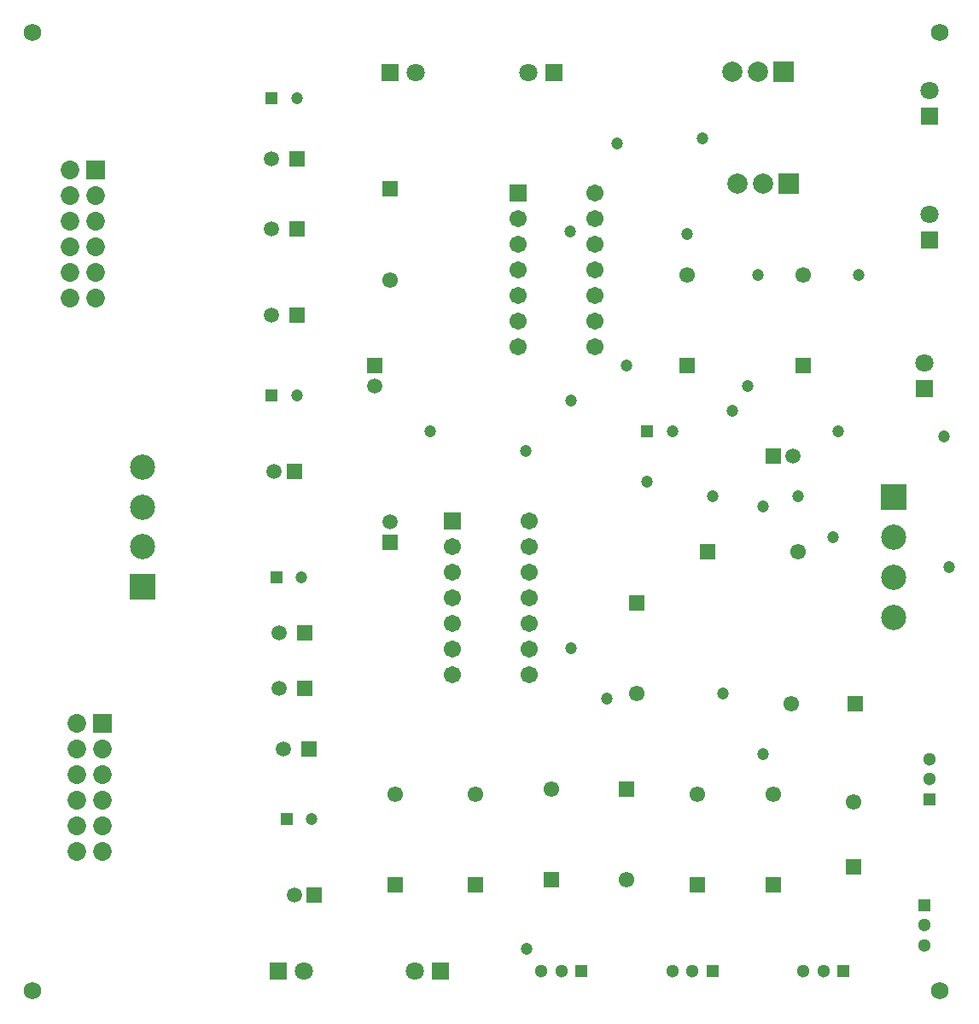
<source format=gts>
G04*
G04 #@! TF.GenerationSoftware,Altium Limited,Altium Designer,22.9.1 (49)*
G04*
G04 Layer_Color=8388736*
%FSLAX44Y44*%
%MOMM*%
G71*
G04*
G04 #@! TF.SameCoordinates,DBEF2CFB-25A5-4AA8-B732-6DF96BC3893C*
G04*
G04*
G04 #@! TF.FilePolarity,Negative*
G04*
G01*
G75*
%ADD17C,1.7272*%
%ADD18C,1.3000*%
%ADD19R,1.3000X1.3000*%
%ADD20R,1.8032X1.8032*%
%ADD21C,1.8032*%
%ADD22C,1.7032*%
%ADD23R,1.7032X1.7032*%
%ADD24C,1.2000*%
%ADD25R,1.2000X1.2000*%
%ADD26R,1.5032X1.5032*%
%ADD27C,1.5032*%
%ADD28C,1.8532*%
%ADD29R,1.8532X1.8532*%
%ADD30R,1.5532X1.5532*%
%ADD31C,1.5532*%
%ADD32R,2.5032X2.5032*%
%ADD33C,2.5032*%
%ADD34C,2.0000*%
%ADD35R,2.0000X2.0000*%
%ADD36R,1.2000X1.2000*%
%ADD37R,1.5532X1.5532*%
%ADD38R,1.5032X1.5032*%
%ADD39R,1.3000X1.3000*%
%ADD40R,1.8032X1.8032*%
%ADD41C,1.2032*%
D17*
X25000Y25000D02*
D03*
X925000D02*
D03*
Y975000D02*
D03*
X25000D02*
D03*
D18*
X910000Y70000D02*
D03*
Y90000D02*
D03*
X915000Y255000D02*
D03*
Y235000D02*
D03*
X790000Y45000D02*
D03*
X810000D02*
D03*
X660000D02*
D03*
X680000D02*
D03*
X530000D02*
D03*
X550000D02*
D03*
D19*
X910000Y110000D02*
D03*
X915000Y215000D02*
D03*
D20*
Y892300D02*
D03*
Y769600D02*
D03*
X910000Y622300D02*
D03*
D21*
X915000Y917700D02*
D03*
Y795000D02*
D03*
X910000Y647700D02*
D03*
X405000Y45000D02*
D03*
X295000D02*
D03*
X517300Y935000D02*
D03*
X405400D02*
D03*
D22*
X518100Y338800D02*
D03*
Y364200D02*
D03*
Y389600D02*
D03*
Y415000D02*
D03*
Y440400D02*
D03*
Y465800D02*
D03*
Y491200D02*
D03*
X441900Y338800D02*
D03*
Y364200D02*
D03*
Y389600D02*
D03*
Y415000D02*
D03*
Y440400D02*
D03*
Y465800D02*
D03*
X583100Y663800D02*
D03*
Y689200D02*
D03*
Y714600D02*
D03*
Y740000D02*
D03*
Y765400D02*
D03*
Y790800D02*
D03*
Y816200D02*
D03*
X506900Y663800D02*
D03*
Y689200D02*
D03*
Y714600D02*
D03*
Y740000D02*
D03*
Y765400D02*
D03*
Y790800D02*
D03*
D23*
X441900Y491200D02*
D03*
X506900Y816200D02*
D03*
D24*
X292500Y435000D02*
D03*
X302500Y195000D02*
D03*
X635000Y530000D02*
D03*
X287500Y910000D02*
D03*
Y615000D02*
D03*
D25*
X267500Y435000D02*
D03*
X277500Y195000D02*
D03*
X262500Y910000D02*
D03*
Y615000D02*
D03*
D26*
X295400Y380000D02*
D03*
Y325000D02*
D03*
X300000Y265000D02*
D03*
X305000Y120000D02*
D03*
X760000Y555000D02*
D03*
X287700Y850000D02*
D03*
Y780000D02*
D03*
Y695000D02*
D03*
X285000Y540000D02*
D03*
D27*
X270000Y380000D02*
D03*
Y325000D02*
D03*
X274600Y265000D02*
D03*
X285000Y120000D02*
D03*
X780000Y555000D02*
D03*
X380000Y490000D02*
D03*
X262300Y850000D02*
D03*
Y780000D02*
D03*
Y695000D02*
D03*
X365000Y625000D02*
D03*
X265000Y540000D02*
D03*
D28*
X69600Y214200D02*
D03*
X95000D02*
D03*
X69600Y265000D02*
D03*
X95000D02*
D03*
X69600Y290400D02*
D03*
X95000Y239600D02*
D03*
X69600D02*
D03*
X95000Y188800D02*
D03*
Y163400D02*
D03*
X69600Y188800D02*
D03*
Y163400D02*
D03*
X62300Y762300D02*
D03*
X87700D02*
D03*
X62300Y813100D02*
D03*
X87700D02*
D03*
X62300Y838500D02*
D03*
X87700Y787700D02*
D03*
X62300D02*
D03*
X87700Y736900D02*
D03*
Y711500D02*
D03*
X62300Y736900D02*
D03*
Y711500D02*
D03*
D29*
X95000Y290400D02*
D03*
X87700Y838500D02*
D03*
D30*
X790000Y645000D02*
D03*
X760000Y130000D02*
D03*
X385000D02*
D03*
X675000Y645000D02*
D03*
X625000Y410000D02*
D03*
X840000Y148000D02*
D03*
X615000Y225000D02*
D03*
X540000Y135000D02*
D03*
X465000Y130000D02*
D03*
X685000D02*
D03*
X380000Y820000D02*
D03*
D31*
X790000Y735000D02*
D03*
X760000Y220000D02*
D03*
X385000D02*
D03*
X675000Y735000D02*
D03*
X785000Y460000D02*
D03*
X778000Y310000D02*
D03*
X625000Y320000D02*
D03*
X840000Y212000D02*
D03*
X615000Y135000D02*
D03*
X540000Y225000D02*
D03*
X465000Y220000D02*
D03*
X685000D02*
D03*
X380000Y730000D02*
D03*
D32*
X880000Y514248D02*
D03*
X135000Y425564D02*
D03*
D33*
X880000Y474624D02*
D03*
Y435000D02*
D03*
Y395376D02*
D03*
X135000Y465188D02*
D03*
Y504812D02*
D03*
Y544436D02*
D03*
D34*
X719500Y936075D02*
D03*
X745000D02*
D03*
X724500Y825000D02*
D03*
X750000D02*
D03*
D35*
X770500Y936075D02*
D03*
X775500Y825000D02*
D03*
D36*
X635000Y580000D02*
D03*
D37*
X695000Y460000D02*
D03*
X842000Y310000D02*
D03*
D38*
X380000Y470000D02*
D03*
X365000Y645000D02*
D03*
D39*
X830000Y45000D02*
D03*
X700000D02*
D03*
X570000D02*
D03*
D40*
X430400D02*
D03*
X269600D02*
D03*
X542700Y935000D02*
D03*
X380000D02*
D03*
D41*
X558708Y778100D02*
D03*
X615000Y645000D02*
D03*
X560000Y610000D02*
D03*
Y365000D02*
D03*
X845000Y735000D02*
D03*
X825000Y580000D02*
D03*
X785000Y515000D02*
D03*
X595000Y315000D02*
D03*
X930000Y575000D02*
D03*
X690000Y870000D02*
D03*
X605000Y865000D02*
D03*
X745000Y735000D02*
D03*
X700000Y515000D02*
D03*
X750000Y260000D02*
D03*
X660000Y580000D02*
D03*
X515000Y560000D02*
D03*
X750000Y505000D02*
D03*
X820000Y475000D02*
D03*
X515300Y67049D02*
D03*
X675000Y775000D02*
D03*
X420000Y580000D02*
D03*
X935000Y445000D02*
D03*
X710000Y320000D02*
D03*
X735000Y625000D02*
D03*
X720000Y600000D02*
D03*
M02*

</source>
